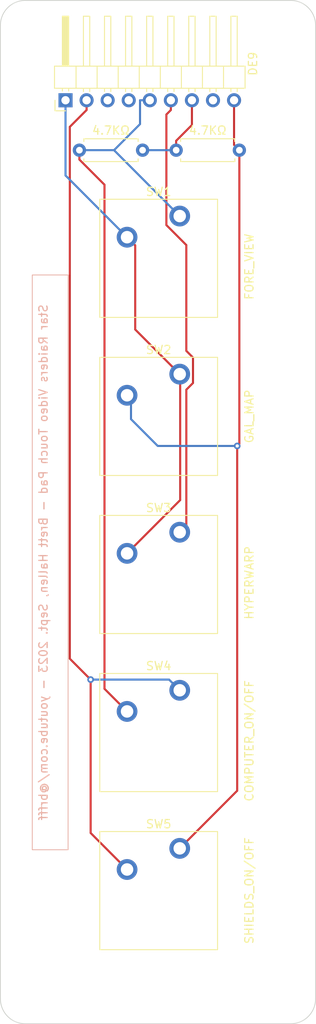
<source format=kicad_pcb>
(kicad_pcb (version 20241229) (generator "pcbnew") (generator_version "9.0")
  (layers (0 "F.Cu" signal) (2 "B.Cu" signal) (13 "F.Paste" user) (15 "B.Paste" user) (5 "F.SilkS" user "F.Silkscreen") (7 "B.SilkS" user "B.Silkscreen") (1 "F.Mask" user) (3 "B.Mask" user) (25 "Edge.Cuts" user))
  (net 0 "")
  (net 1 "/BROWN")
  (net 2 "/RED")
  (net 3 "/ORANGE")
  (net 4 "/YELLOW")
  (net 5 "/GREEN")
  (net 6 "/BLUE")
  (net 7 "/VIOLET")
  (net 9 "/WHITE")
  (footprint "PCM_Switch_Keyboard_Cherry_MX:SW_Cherry_MX_PCB_1.00u" (layer "F.Cu") (at 124.08 136)
    (property "Reference" "SW5" (at 0 -8 0) (layer "F.SilkS"))
    (property "Value" "SHIELDS_ON/OFF" (at 10.92 0 90) (layer "F.SilkS"))
    (fp_line (start -7.1 -7.1) (end -7.1 7.1) (stroke (width 0.12)) (layer "F.SilkS"))
    (fp_line (start -7.1 7.1) (end 7.1 7.1) (stroke (width 0.12)) (layer "F.SilkS"))
    (fp_line (start 7.1 -7.1) (end -7.1 -7.1) (stroke (width 0.12)) (layer "F.SilkS"))
    (fp_line (start 7.1 7.1) (end 7.1 -7.1) (stroke (width 0.12)) (layer "F.SilkS"))
    (pad "" np_thru_hole circle (at -5.08 0) (size 1.75 1.75) (drill 1.75) (layers "*.Cu" "*.Mask"))
    (pad "" np_thru_hole circle (at 0 0) (size 4 4) (drill 4) (layers "*.Cu" "*.Mask"))
    (pad "" np_thru_hole circle (at 5.08 0) (size 1.75 1.75) (drill 1.75) (layers "*.Cu" "*.Mask"))
    (pad "1" thru_hole circle (at -3.81 -2.54) (size 2.5 2.5) (drill 1.5) (layers "*.Cu" "*.Mask") (net 2 "/RED"))
    (pad "2" thru_hole circle (at 2.54 -5.08) (size 2.5 2.5) (drill 1.5) (layers "*.Cu" "*.Mask") (net 9 "/WHITE"))
  )
  (footprint "Connector_PinHeader_2.54mm:PinHeader_1x09_P2.54mm_Horizontal" (layer "F.Cu") (at 112.85 41 90)
    (property "Reference" "J1" (hide yes))
    (property "Value" "DE9" (at 4.385 22.59 90) (layer "F.SilkS"))
    (fp_line (start 4.1 -1.33) (end 1.44 -1.33) (stroke (width 0.12)) (layer "F.SilkS"))
    (fp_line (start 1.44 -1.33) (end 1.44 21.65) (stroke (width 0.12)) (layer "F.SilkS"))
    (fp_line (start -1.27 -1.27) (end 0 -1.27) (stroke (width 0.12)) (layer "F.SilkS"))
    (fp_line (start 10.1 -0.38) (end 10.1 0.38) (stroke (width 0.12)) (layer "F.SilkS"))
    (fp_line (start 4.1 -0.38) (end 10.1 -0.38) (stroke (width 0.12)) (layer "F.SilkS"))
    (fp_line (start 1.11 -0.38) (end 1.44 -0.38) (stroke (width 0.12)) (layer "F.SilkS"))
    (fp_line (start 4.1 -0.32) (end 10.1 -0.32) (stroke (width 0.12)) (layer "F.SilkS"))
    (fp_line (start 4.1 -0.2) (end 10.1 -0.2) (stroke (width 0.12)) (layer "F.SilkS"))
    (fp_line (start 4.1 -0.08) (end 10.1 -0.08) (stroke (width 0.12)) (layer "F.SilkS"))
    (fp_line (start -1.27 0) (end -1.27 -1.27) (stroke (width 0.12)) (layer "F.SilkS"))
    (fp_line (start 4.1 0.04) (end 10.1 0.04) (stroke (width 0.12)) (layer "F.SilkS"))
    (fp_line (start 4.1 0.16) (end 10.1 0.16) (stroke (width 0.12)) (layer "F.SilkS"))
    (fp_line (start 4.1 0.28) (end 10.1 0.28) (stroke (width 0.12)) (layer "F.SilkS"))
    (fp_line (start 10.1 0.38) (end 4.1 0.38) (stroke (width 0.12)) (layer "F.SilkS"))
    (fp_line (start 1.11 0.38) (end 1.44 0.38) (stroke (width 0.12)) (layer "F.SilkS"))
    (fp_line (start 1.44 1.27) (end 4.1 1.27) (stroke (width 0.12)) (layer "F.SilkS"))
    (fp_line (start 10.1 2.16) (end 10.1 2.92) (stroke (width 0.12)) (layer "F.SilkS"))
    (fp_line (start 4.1 2.16) (end 10.1 2.16) (stroke (width 0.12)) (layer "F.SilkS"))
    (fp_line (start 1.042929 2.16) (end 1.44 2.16) (stroke (width 0.12)) (layer "F.SilkS"))
    (fp_line (start 10.1 2.92) (end 4.1 2.92) (stroke (width 0.12)) (layer "F.SilkS"))
    (fp_line (start 1.042929 2.92) (end 1.44 2.92) (stroke (width 0.12)) (layer "F.SilkS"))
    (fp_line (start 1.44 3.81) (end 4.1 3.81) (stroke (width 0.12)) (layer "F.SilkS"))
    (fp_line (start 10.1 4.7) (end 10.1 5.46) (stroke (width 0.12)) (layer "F.SilkS"))
    (fp_line (start 4.1 4.7) (end 10.1 4.7) (stroke (width 0.12)) (layer "F.SilkS"))
    (fp_line (start 1.042929 4.7) (end 1.44 4.7) (stroke (width 0.12)) (layer "F.SilkS"))
    (fp_line (start 10.1 5.46) (end 4.1 5.46) (stroke (width 0.12)) (layer "F.SilkS"))
    (fp_line (start 1.042929 5.46) (end 1.44 5.46) (stroke (width 0.12)) (layer "F.SilkS"))
    (fp_line (start 1.44 6.35) (end 4.1 6.35) (stroke (width 0.12)) (layer "F.SilkS"))
    (fp_line (start 10.1 7.24) (end 10.1 8) (stroke (width 0.12)) (layer "F.SilkS"))
    (fp_line (start 4.1 7.24) (end 10.1 7.24) (stroke (width 0.12)) (layer "F.SilkS"))
    (fp_line (start 1.042929 7.24) (end 1.44 7.24) (stroke (width 0.12)) (layer "F.SilkS"))
    (fp_line (start 10.1 8) (end 4.1 8) (stroke (width 0.12)) (layer "F.SilkS"))
    (fp_line (start 1.042929 8) (end 1.44 8) (stroke (width 0.12)) (layer "F.SilkS"))
    (fp_line (start 1.44 8.89) (end 4.1 8.89) (stroke (width 0.12)) (layer "F.SilkS"))
    (fp_line (start 10.1 9.78) (end 10.1 10.54) (stroke (width 0.12)) (layer "F.SilkS"))
    (fp_line (start 4.1 9.78) (end 10.1 9.78) (stroke (width 0.12)) (layer "F.SilkS"))
    (fp_line (start 1.042929 9.78) (end 1.44 9.78) (stroke (width 0.12)) (layer "F.SilkS"))
    (fp_line (start 10.1 10.54) (end 4.1 10.54) (stroke (width 0.12)) (layer "F.SilkS"))
    (fp_line (start 1.042929 10.54) (end 1.44 10.54) (stroke (width 0.12)) (layer "F.SilkS"))
    (fp_line (start 1.44 11.43) (end 4.1 11.43) (stroke (width 0.12)) (layer "F.SilkS"))
    (fp_line (start 10.1 12.32) (end 10.1 13.08) (stroke (width 0.12)) (layer "F.SilkS"))
    (fp_line (start 4.1 12.32) (end 10.1 12.32) (stroke (width 0.12)) (layer "F.SilkS"))
    (fp_line (start 1.042929 12.32) (end 1.44 12.32) (stroke (width 0.12)) (layer "F.SilkS"))
    (fp_line (start 10.1 13.08) (end 4.1 13.08) (stroke (width 0.12)) (layer "F.SilkS"))
    (fp_line (start 1.042929 13.08) (end 1.44 13.08) (stroke (width 0.12)) (layer "F.SilkS"))
    (fp_line (start 1.44 13.97) (end 4.1 13.97) (stroke (width 0.12)) (layer "F.SilkS"))
    (fp_line (start 10.1 14.86) (end 10.1 15.62) (stroke (width 0.12)) (layer "F.SilkS"))
    (fp_line (start 4.1 14.86) (end 10.1 14.86) (stroke (width 0.12)) (layer "F.SilkS"))
    (fp_line (start 1.042929 14.86) (end 1.44 14.86) (stroke (width 0.12)) (layer "F.SilkS"))
    (fp_line (start 10.1 15.62) (end 4.1 15.62) (stroke (width 0.12)) (layer "F.SilkS"))
    (fp_line (start 1.042929 15.62) (end 1.44 15.62) (stroke (width 0.12)) (layer "F.SilkS"))
    (fp_line (start 1.44 16.51) (end 4.1 16.51) (stroke (width 0.12)) (layer "F.SilkS"))
    (fp_line (start 10.1 17.4) (end 10.1 18.16) (stroke (width 0.12)) (layer "F.SilkS"))
    (fp_line (start 4.1 17.4) (end 10.1 17.4) (stroke (width 0.12)) (layer "F.SilkS"))
    (fp_line (start 1.042929 17.4) (end 1.44 17.4) (stroke (width 0.12)) (layer "F.SilkS"))
    (fp_line (start 10.1 18.16) (end 4.1 18.16) (stroke (width 0.12)) (layer "F.SilkS"))
    (fp_line (start 1.042929 18.16) (end 1.44 18.16) (stroke (width 0.12)) (layer "F.SilkS"))
    (fp_line (start 1.44 19.05) (end 4.1 19.05) (stroke (width 0.12)) (layer "F.SilkS"))
    (fp_line (start 10.1 19.94) (end 10.1 20.7) (stroke (width 0.12)) (layer "F.SilkS"))
    (fp_line (start 4.1 19.94) (end 10.1 19.94) (stroke (width 0.12)) (layer "F.SilkS"))
    (fp_line (start 1.042929 19.94) (end 1.44 19.94) (stroke (width 0.12)) (layer "F.SilkS"))
    (fp_line (start 10.1 20.7) (end 4.1 20.7) (stroke (width 0.12)) (layer "F.SilkS"))
    (fp_line (start 1.042929 20.7) (end 1.44 20.7) (stroke (width 0.12)) (layer "F.SilkS"))
    (fp_line (start 4.1 21.65) (end 4.1 -1.33) (stroke (width 0.12)) (layer "F.SilkS"))
    (fp_line (start 1.44 21.65) (end 4.1 21.65) (stroke (width 0.12)) (layer "F.SilkS"))
    (pad "1" thru_hole rect (at 0 0 90) (size 1.7 1.7) (drill 1) (layers "*.Cu" "*.Mask") (net 1 "/BROWN"))
    (pad "2" thru_hole oval (at 0 2.54 90) (size 1.7 1.7) (drill 1) (layers "*.Cu" "*.Mask") (net 2 "/RED"))
    (pad "3" thru_hole oval (at 0 5.08 90) (size 1.7 1.7) (drill 1) (layers "*.Cu" "*.Mask") (net 3 "/ORANGE"))
    (pad "4" thru_hole oval (at 0 7.62 90) (size 1.7 1.7) (drill 1) (layers "*.Cu" "*.Mask") (net 4 "/YELLOW"))
    (pad "5" thru_hole oval (at 0 10.16 90) (size 1.7 1.7) (drill 1) (layers "*.Cu" "*.Mask") (net 5 "/GREEN"))
    (pad "6" thru_hole oval (at 0 12.7 90) (size 1.7 1.7) (drill 1) (layers "*.Cu" "*.Mask") (net 6 "/BLUE"))
    (pad "7" thru_hole oval (at 0 15.24 90) (size 1.7 1.7) (drill 1) (layers "*.Cu" "*.Mask") (net 7 "/VIOLET"))
    (pad "8" thru_hole oval (at 0 17.78 90) (size 1.7 1.7) (drill 1) (layers "*.Cu" "*.Mask"))
    (pad "9" thru_hole oval (at 0 20.32 90) (size 1.7 1.7) (drill 1) (layers "*.Cu" "*.Mask") (net 9 "/WHITE"))
  )
  (footprint "MountingHole:MountingHole_3.2mm_M3" (layer "F.Cu") (at 109 48)
    (property "Reference" "H3" (hide yes))
    (property "Value" "MountingHole" (hide yes))
    (pad "" np_thru_hole circle (at 0 0) (size 3.2 3.2) (drill 3.2) (layers "*.Cu" "*.Mask"))
  )
  (footprint "PCM_Switch_Keyboard_Cherry_MX:SW_Cherry_MX_PCB_1.00u" (layer "F.Cu") (at 124.08 79)
    (property "Reference" "SW2" (at 0 -8 0) (layer "F.SilkS"))
    (property "Value" "GAL_MAP" (at 10.92 0 90) (layer "F.SilkS"))
    (fp_line (start -7.1 -7.1) (end -7.1 7.1) (stroke (width 0.12)) (layer "F.SilkS"))
    (fp_line (start -7.1 7.1) (end 7.1 7.1) (stroke (width 0.12)) (layer "F.SilkS"))
    (fp_line (start 7.1 -7.1) (end -7.1 -7.1) (stroke (width 0.12)) (layer "F.SilkS"))
    (fp_line (start 7.1 7.1) (end 7.1 -7.1) (stroke (width 0.12)) (layer "F.SilkS"))
    (pad "" np_thru_hole circle (at -5.08 0) (size 1.75 1.75) (drill 1.75) (layers "*.Cu" "*.Mask"))
    (pad "" np_thru_hole circle (at 0 0) (size 4 4) (drill 4) (layers "*.Cu" "*.Mask"))
    (pad "" np_thru_hole circle (at 5.08 0) (size 1.75 1.75) (drill 1.75) (layers "*.Cu" "*.Mask"))
    (pad "1" thru_hole circle (at -3.81 -2.54) (size 2.5 2.5) (drill 1.5) (layers "*.Cu" "*.Mask") (net 9 "/WHITE"))
    (pad "2" thru_hole circle (at 2.54 -5.08) (size 2.5 2.5) (drill 1.5) (layers "*.Cu" "*.Mask") (net 1 "/BROWN"))
  )
  (footprint "PCM_Switch_Keyboard_Cherry_MX:SW_Cherry_MX_PCB_1.00u" (layer "F.Cu") (at 124.08 117)
    (property "Reference" "SW4" (at 0 -8 0) (layer "F.SilkS"))
    (property "Value" "COMPUTER_ON/OFF" (at 10.92 1 90) (layer "F.SilkS"))
    (fp_line (start -7.1 -7.1) (end -7.1 7.1) (stroke (width 0.12)) (layer "F.SilkS"))
    (fp_line (start -7.1 7.1) (end 7.1 7.1) (stroke (width 0.12)) (layer "F.SilkS"))
    (fp_line (start 7.1 -7.1) (end -7.1 -7.1) (stroke (width 0.12)) (layer "F.SilkS"))
    (fp_line (start 7.1 7.1) (end 7.1 -7.1) (stroke (width 0.12)) (layer "F.SilkS"))
    (pad "" np_thru_hole circle (at -5.08 0) (size 1.75 1.75) (drill 1.75) (layers "*.Cu" "*.Mask"))
    (pad "" np_thru_hole circle (at 0 0) (size 4 4) (drill 4) (layers "*.Cu" "*.Mask"))
    (pad "" np_thru_hole circle (at 5.08 0) (size 1.75 1.75) (drill 1.75) (layers "*.Cu" "*.Mask"))
    (pad "1" thru_hole circle (at -3.81 -2.54) (size 2.5 2.5) (drill 1.5) (layers "*.Cu" "*.Mask") (net 5 "/GREEN"))
    (pad "2" thru_hole circle (at 2.54 -5.08) (size 2.5 2.5) (drill 1.5) (layers "*.Cu" "*.Mask") (net 2 "/RED"))
  )
  (footprint "Resistor_THT:R_Axial_DIN0207_L6.3mm_D2.5mm_P7.62mm_Horizontal" (layer "F.Cu") (at 122.142 47 180)
    (property "Reference" "R2" (hide yes))
    (property "Value" "4.7KΩ" (at 3.81 2.37 0) (layer "F.SilkS"))
    (fp_line (start 7.08 1.37) (end 7.08 1.04) (stroke (width 0.12)) (layer "F.SilkS"))
    (fp_line (start 7.08 -1.37) (end 7.08 -1.04) (stroke (width 0.12)) (layer "F.SilkS"))
    (fp_line (start 0.54 1.37) (end 7.08 1.37) (stroke (width 0.12)) (layer "F.SilkS"))
    (fp_line (start 0.54 1.04) (end 0.54 1.37) (stroke (width 0.12)) (layer "F.SilkS"))
    (fp_line (start 0.54 -1.04) (end 0.54 -1.37) (stroke (width 0.12)) (layer "F.SilkS"))
    (fp_line (start 0.54 -1.37) (end 7.08 -1.37) (stroke (width 0.12)) (layer "F.SilkS"))
    (pad "1" thru_hole circle (at 0 0 180) (size 1.6 1.6) (drill 0.8) (layers "*.Cu" "*.Mask") (net 7 "/VIOLET"))
    (pad "2" thru_hole oval (at 7.62 0 180) (size 1.6 1.6) (drill 0.8) (layers "*.Cu" "*.Mask") (net 5 "/GREEN"))
  )
  (footprint "MountingHole:MountingHole_3.2mm_M3" (layer "F.Cu") (at 139 148)
    (property "Reference" "H4" (hide yes))
    (property "Value" "MountingHole" (hide yes))
    (pad "" np_thru_hole circle (at 0 0) (size 3.2 3.2) (drill 3.2) (layers "*.Cu" "*.Mask"))
  )
  (footprint "PCM_Switch_Keyboard_Cherry_MX:SW_Cherry_MX_PCB_1.00u" (layer "F.Cu") (at 124.08 60)
    (property "Reference" "SW1" (at 0 -8 0) (layer "F.SilkS"))
    (property "Value" "FORE_VIEW" (at 10.92 1 90) (layer "F.SilkS"))
    (fp_line (start -7.1 -7.1) (end -7.1 7.1) (stroke (width 0.12)) (layer "F.SilkS"))
    (fp_line (start -7.1 7.1) (end 7.1 7.1) (stroke (width 0.12)) (layer "F.SilkS"))
    (fp_line (start 7.1 -7.1) (end -7.1 -7.1) (stroke (width 0.12)) (layer "F.SilkS"))
    (fp_line (start 7.1 7.1) (end 7.1 -7.1) (stroke (width 0.12)) (layer "F.SilkS"))
    (pad "" np_thru_hole circle (at -5.08 0) (size 1.75 1.75) (drill 1.75) (layers "*.Cu" "*.Mask"))
    (pad "" np_thru_hole circle (at 0 0) (size 4 4) (drill 4) (layers "*.Cu" "*.Mask"))
    (pad "" np_thru_hole circle (at 5.08 0) (size 1.75 1.75) (drill 1.75) (layers "*.Cu" "*.Mask"))
    (pad "1" thru_hole circle (at -3.81 -2.54) (size 2.5 2.5) (drill 1.5) (layers "*.Cu" "*.Mask") (net 1 "/BROWN"))
    (pad "2" thru_hole circle (at 2.54 -5.08) (size 2.5 2.5) (drill 1.5) (layers "*.Cu" "*.Mask") (net 5 "/GREEN"))
  )
  (footprint "Resistor_THT:R_Axial_DIN0207_L6.3mm_D2.5mm_P7.62mm_Horizontal" (layer "F.Cu") (at 133.81 47 180)
    (property "Reference" "R1" (hide yes))
    (property "Value" "4.7KΩ" (at 3.81 2.37 0) (layer "F.SilkS"))
    (fp_line (start 7.08 1.37) (end 7.08 1.04) (stroke (width 0.12)) (layer "F.SilkS"))
    (fp_line (start 7.08 -1.37) (end 7.08 -1.04) (stroke (width 0.12)) (layer "F.SilkS"))
    (fp_line (start 0.54 1.37) (end 7.08 1.37) (stroke (width 0.12)) (layer "F.SilkS"))
    (fp_line (start 0.54 1.04) (end 0.54 1.37) (stroke (width 0.12)) (layer "F.SilkS"))
    (fp_line (start 0.54 -1.04) (end 0.54 -1.37) (stroke (width 0.12)) (layer "F.SilkS"))
    (fp_line (start 0.54 -1.37) (end 7.08 -1.37) (stroke (width 0.12)) (layer "F.SilkS"))
    (pad "1" thru_hole circle (at 0 0 180) (size 1.6 1.6) (drill 0.8) (layers "*.Cu" "*.Mask") (net 9 "/WHITE"))
    (pad "2" thru_hole oval (at 7.62 0 180) (size 1.6 1.6) (drill 0.8) (layers "*.Cu" "*.Mask") (net 7 "/VIOLET"))
  )
  (footprint "MountingHole:MountingHole_3.2mm_M3" (layer "F.Cu") (at 139 48)
    (property "Reference" "H2" (hide yes))
    (property "Value" "MountingHole" (hide yes))
    (pad "" np_thru_hole circle (at 0 0) (size 3.2 3.2) (drill 3.2) (layers "*.Cu" "*.Mask"))
  )
  (footprint "PCM_Switch_Keyboard_Cherry_MX:SW_Cherry_MX_PCB_1.00u" (layer "F.Cu") (at 124.08 98)
    (property "Reference" "SW3" (at 0 -8 0) (layer "F.SilkS"))
    (property "Value" "HYPERWARP" (at 10.92 1 90) (layer "F.SilkS"))
    (fp_line (start -7.1 -7.1) (end -7.1 7.1) (stroke (width 0.12)) (layer "F.SilkS"))
    (fp_line (start -7.1 7.1) (end 7.1 7.1) (stroke (width 0.12)) (layer "F.SilkS"))
    (fp_line (start 7.1 -7.1) (end -7.1 -7.1) (stroke (width 0.12)) (layer "F.SilkS"))
    (fp_line (start 7.1 7.1) (end 7.1 -7.1) (stroke (width 0.12)) (layer "F.SilkS"))
    (pad "" np_thru_hole circle (at -5.08 0) (size 1.75 1.75) (drill 1.75) (layers "*.Cu" "*.Mask"))
    (pad "" np_thru_hole circle (at 0 0) (size 4 4) (drill 4) (layers "*.Cu" "*.Mask"))
    (pad "" np_thru_hole circle (at 5.08 0) (size 1.75 1.75) (drill 1.75) (layers "*.Cu" "*.Mask"))
    (pad "1" thru_hole circle (at -3.81 -2.54) (size 2.5 2.5) (drill 1.5) (layers "*.Cu" "*.Mask") (net 1 "/BROWN"))
    (pad "2" thru_hole circle (at 2.54 -5.08) (size 2.5 2.5) (drill 1.5) (layers "*.Cu" "*.Mask") (net 6 "/BLUE"))
  )
  (footprint "MountingHole:MountingHole_3.2mm_M3" (layer "F.Cu") (at 109 148)
    (property "Reference" "H1" (hide yes))
    (property "Value" "MountingHole" (hide yes))
    (pad "" np_thru_hole circle (at 0 0) (size 3.2 3.2) (drill 3.2) (layers "*.Cu" "*.Mask"))
  )
  (gr_line (start 143 32) (end 143 149) (stroke (width 0.1)) (layer "Edge.Cuts"))
  (gr_line (start 105 149) (end 105 32) (stroke (width 0.1)) (layer "Edge.Cuts"))
  (gr_line (start 108 29) (end 140 29) (stroke (width 0.1)) (layer "Edge.Cuts"))
  (gr_line (start 140 152) (end 108 152) (stroke (width 0.1)) (layer "Edge.Cuts"))
  (gr_arc (start 105 32) (mid 105.87868 29.87868) (end 108 29) (stroke (width 0.1)) (layer "Edge.Cuts"))
  (gr_arc (start 143 149) (mid 142.12132 151.12132) (end 140 152) (stroke (width 0.1)) (layer "Edge.Cuts"))
  (gr_arc (start 140 29) (mid 142.12132 29.87868) (end 143 32) (stroke (width 0.1)) (layer "Edge.Cuts"))
  (gr_arc (start 108 152) (mid 105.87868 151.12132) (end 105 149) (stroke (width 0.1)) (layer "Edge.Cuts"))
  (gr_text_box "Star Raiders Video Touch Pad - Brett Hallen, Sept. 2023 - youtube.com/@brfff" (start 108.841 131.088) (end 113.159 62) (margins 0.8 0.8 0.8 0.8) (angle 90) (layer "B.SilkS") (effects (font (size 1 1)) (justify top mirror)) (border yes) (stroke (width 0.1)))
  (segment (start 121.2538 68.5538) (end 126.62 73.92) (width 0.25) (layer "F.Cu") (net 1))
  (segment (start 120.27 57.46) (end 121.2538 58.4438) (width 0.25) (layer "F.Cu") (net 1))
  (segment (start 120.27 95.46) (end 126.6763 89.0537) (width 0.25) (layer "F.Cu") (net 1))
  (segment (start 126.6763 73.9763) (end 126.62 73.92) (width 0.25) (layer "F.Cu") (net 1))
  (segment (start 126.6763 89.0537) (end 126.6763 73.9763) (width 0.25) (layer "F.Cu") (net 1))
  (segment (start 121.2538 58.4438) (end 121.2538 68.5538) (width 0.25) (layer "F.Cu") (net 1))
  (segment (start 112.85 50.04) (end 120.27 57.46) (width 0.25) (layer "B.Cu") (net 1))
  (segment (start 112.85 41) (end 112.85 50.04) (width 0.25) (layer "B.Cu") (net 1))
  (segment (start 113.3671 44.1996) (end 115.39 42.1767) (width 0.25) (layer "F.Cu") (net 2))
  (segment (start 115.8778 129.0678) (end 120.27 133.46) (width 0.25) (layer "F.Cu") (net 2))
  (segment (start 115.8778 110.6343) (end 115.8778 129.0678) (width 0.25) (layer "F.Cu") (net 2))
  (segment (start 113.3671 108.1236) (end 113.3671 44.1996) (width 0.25) (layer "F.Cu") (net 2))
  (segment (start 115.39 41) (end 115.39 42.1767) (width 0.25) (layer "F.Cu") (net 2))
  (segment (start 115.8778 110.6343) (end 113.3671 108.1236) (width 0.25) (layer "F.Cu") (net 2))
  (via (at 115.8778 110.6343) (size 0.8) (drill 0.4) (layers "F.Cu" "B.Cu") (net 2))
  (segment (start 125.3343 110.6343) (end 115.8778 110.6343) (width 0.25) (layer "B.Cu") (net 2))
  (segment (start 126.62 111.92) (end 125.3343 110.6343) (width 0.25) (layer "B.Cu") (net 2))
  (segment (start 120.27 114.46) (end 117.5483 111.7383) (width 0.25) (layer "F.Cu") (net 5))
  (segment (start 117.5483 51.153) (end 114.522 48.1267) (width 0.25) (layer "F.Cu") (net 5))
  (segment (start 114.522 47) (end 114.522 48.1267) (width 0.25) (layer "F.Cu") (net 5))
  (segment (start 117.5483 111.7383) (end 117.5483 51.153) (width 0.25) (layer "F.Cu") (net 5))
  (segment (start 118.7 47) (end 114.522 47) (width 0.25) (layer "B.Cu") (net 5))
  (segment (start 123.01 41) (end 121.8333 41) (width 0.25) (layer "B.Cu") (net 5))
  (segment (start 126.62 54.92) (end 118.7 47) (width 0.25) (layer "B.Cu") (net 5))
  (segment (start 121.8333 43.8667) (end 118.7 47) (width 0.25) (layer "B.Cu") (net 5))
  (segment (start 121.8333 41) (end 121.8333 43.8667) (width 0.25) (layer "B.Cu") (net 5))
  (segment (start 127.417 75.788) (end 128.2196 74.9854) (width 0.25) (layer "F.Cu") (net 6))
  (segment (start 128.2196 71.9272) (end 127.4156 71.1232) (width 0.25) (layer "F.Cu") (net 6))
  (segment (start 125.55 41) (end 125.55 42.1767) (width 0.25) (layer "F.Cu") (net 6))
  (segment (start 127.417 92.123) (end 127.417 75.788) (width 0.25) (layer "F.Cu") (net 6))
  (segment (start 125.0119 42.7148) (end 125.55 42.1767) (width 0.25) (layer "F.Cu") (net 6))
  (segment (start 128.2196 74.9854) (end 128.2196 71.9272) (width 0.25) (layer "F.Cu") (net 6))
  (segment (start 126.62 92.92) (end 127.417 92.123) (width 0.25) (layer "F.Cu") (net 6))
  (segment (start 127.4156 58.4087) (end 125.0119 56.005) (width 0.25) (layer "F.Cu") (net 6))
  (segment (start 127.4156 71.1232) (end 127.4156 58.4087) (width 0.25) (layer "F.Cu") (net 6))
  (segment (start 125.0119 56.005) (end 125.0119 42.7148) (width 0.25) (layer "F.Cu") (net 6))
  (segment (start 128.09 43.9733) (end 126.19 45.8733) (width 0.25) (layer "F.Cu") (net 7))
  (segment (start 128.09 41) (end 128.09 43.9733) (width 0.25) (layer "F.Cu") (net 7))
  (segment (start 126.19 47) (end 126.19 45.8733) (width 0.25) (layer "F.Cu") (net 7))
  (segment (start 122.142 47) (end 126.19 47) (width 0.25) (layer "B.Cu") (net 7))
  (segment (start 133.81 82.2915) (end 133.81 47) (width 0.25) (layer "F.Cu") (net 9))
  (segment (start 126.62 130.92) (end 133.55 123.99) (width 0.25) (layer "F.Cu") (net 9))
  (segment (start 133.55 82.5515) (end 133.81 82.2915) (width 0.25) (layer "F.Cu") (net 9))
  (segment (start 133.55 123.99) (end 133.55 82.5515) (width 0.25) (layer "F.Cu") (net 9))
  (segment (start 133.17 41) (end 133.17 46.36) (width 0.25) (layer "F.Cu") (net 9))
  (segment (start 133.17 46.36) (end 133.81 47) (width 0.25) (layer "F.Cu") (net 9))
  (via (at 133.55 82.5515) (size 0.8) (drill 0.4) (layers "F.Cu" "B.Cu") (net 9))
  (segment (start 120.7446 76.9346) (end 120.7446 79.3274) (width 0.25) (layer "B.Cu") (net 9))
  (segment (start 120.7446 79.3274) (end 123.9687 82.5515) (width 0.25) (layer "B.Cu") (net 9))
  (segment (start 123.9687 82.5515) (end 133.55 82.5515) (width 0.25) (layer "B.Cu") (net 9))
  (segment (start 120.27 76.46) (end 120.7446 76.9346) (width 0.25) (layer "B.Cu") (net 9))
)
</source>
